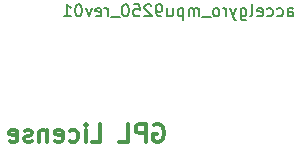
<source format=gbo>
G04 #@! TF.FileFunction,Legend,Bot*
%FSLAX46Y46*%
G04 Gerber Fmt 4.6, Leading zero omitted, Abs format (unit mm)*
G04 Created by KiCad (PCBNEW 4.0.6-e0-6349~53~ubuntu16.04.1) date Sat Jul 29 16:25:42 2017*
%MOMM*%
%LPD*%
G01*
G04 APERTURE LIST*
%ADD10C,0.150000*%
%ADD11C,0.300000*%
G04 APERTURE END LIST*
D10*
D11*
X148514286Y-113350000D02*
X148657143Y-113278571D01*
X148871429Y-113278571D01*
X149085714Y-113350000D01*
X149228572Y-113492857D01*
X149300000Y-113635714D01*
X149371429Y-113921429D01*
X149371429Y-114135714D01*
X149300000Y-114421429D01*
X149228572Y-114564286D01*
X149085714Y-114707143D01*
X148871429Y-114778571D01*
X148728572Y-114778571D01*
X148514286Y-114707143D01*
X148442857Y-114635714D01*
X148442857Y-114135714D01*
X148728572Y-114135714D01*
X147800000Y-114778571D02*
X147800000Y-113278571D01*
X147228572Y-113278571D01*
X147085714Y-113350000D01*
X147014286Y-113421429D01*
X146942857Y-113564286D01*
X146942857Y-113778571D01*
X147014286Y-113921429D01*
X147085714Y-113992857D01*
X147228572Y-114064286D01*
X147800000Y-114064286D01*
X145585714Y-114778571D02*
X146300000Y-114778571D01*
X146300000Y-113278571D01*
X143228571Y-114778571D02*
X143942857Y-114778571D01*
X143942857Y-113278571D01*
X142728571Y-114778571D02*
X142728571Y-113778571D01*
X142728571Y-113278571D02*
X142800000Y-113350000D01*
X142728571Y-113421429D01*
X142657143Y-113350000D01*
X142728571Y-113278571D01*
X142728571Y-113421429D01*
X141371428Y-114707143D02*
X141514285Y-114778571D01*
X141799999Y-114778571D01*
X141942857Y-114707143D01*
X142014285Y-114635714D01*
X142085714Y-114492857D01*
X142085714Y-114064286D01*
X142014285Y-113921429D01*
X141942857Y-113850000D01*
X141799999Y-113778571D01*
X141514285Y-113778571D01*
X141371428Y-113850000D01*
X140157143Y-114707143D02*
X140300000Y-114778571D01*
X140585714Y-114778571D01*
X140728571Y-114707143D01*
X140800000Y-114564286D01*
X140800000Y-113992857D01*
X140728571Y-113850000D01*
X140585714Y-113778571D01*
X140300000Y-113778571D01*
X140157143Y-113850000D01*
X140085714Y-113992857D01*
X140085714Y-114135714D01*
X140800000Y-114278571D01*
X139442857Y-113778571D02*
X139442857Y-114778571D01*
X139442857Y-113921429D02*
X139371429Y-113850000D01*
X139228571Y-113778571D01*
X139014286Y-113778571D01*
X138871429Y-113850000D01*
X138800000Y-113992857D01*
X138800000Y-114778571D01*
X138157143Y-114707143D02*
X138014286Y-114778571D01*
X137728571Y-114778571D01*
X137585714Y-114707143D01*
X137514286Y-114564286D01*
X137514286Y-114492857D01*
X137585714Y-114350000D01*
X137728571Y-114278571D01*
X137942857Y-114278571D01*
X138085714Y-114207143D01*
X138157143Y-114064286D01*
X138157143Y-113992857D01*
X138085714Y-113850000D01*
X137942857Y-113778571D01*
X137728571Y-113778571D01*
X137585714Y-113850000D01*
X136300000Y-114707143D02*
X136442857Y-114778571D01*
X136728571Y-114778571D01*
X136871428Y-114707143D01*
X136942857Y-114564286D01*
X136942857Y-113992857D01*
X136871428Y-113850000D01*
X136728571Y-113778571D01*
X136442857Y-113778571D01*
X136300000Y-113850000D01*
X136228571Y-113992857D01*
X136228571Y-114135714D01*
X136942857Y-114278571D01*
D10*
X159838096Y-104152381D02*
X159838096Y-103628571D01*
X159885715Y-103533333D01*
X159980953Y-103485714D01*
X160171430Y-103485714D01*
X160266668Y-103533333D01*
X159838096Y-104104762D02*
X159933334Y-104152381D01*
X160171430Y-104152381D01*
X160266668Y-104104762D01*
X160314287Y-104009524D01*
X160314287Y-103914286D01*
X160266668Y-103819048D01*
X160171430Y-103771429D01*
X159933334Y-103771429D01*
X159838096Y-103723810D01*
X158933334Y-104104762D02*
X159028572Y-104152381D01*
X159219049Y-104152381D01*
X159314287Y-104104762D01*
X159361906Y-104057143D01*
X159409525Y-103961905D01*
X159409525Y-103676190D01*
X159361906Y-103580952D01*
X159314287Y-103533333D01*
X159219049Y-103485714D01*
X159028572Y-103485714D01*
X158933334Y-103533333D01*
X158076191Y-104104762D02*
X158171429Y-104152381D01*
X158361906Y-104152381D01*
X158457144Y-104104762D01*
X158504763Y-104057143D01*
X158552382Y-103961905D01*
X158552382Y-103676190D01*
X158504763Y-103580952D01*
X158457144Y-103533333D01*
X158361906Y-103485714D01*
X158171429Y-103485714D01*
X158076191Y-103533333D01*
X157266667Y-104104762D02*
X157361905Y-104152381D01*
X157552382Y-104152381D01*
X157647620Y-104104762D01*
X157695239Y-104009524D01*
X157695239Y-103628571D01*
X157647620Y-103533333D01*
X157552382Y-103485714D01*
X157361905Y-103485714D01*
X157266667Y-103533333D01*
X157219048Y-103628571D01*
X157219048Y-103723810D01*
X157695239Y-103819048D01*
X156647620Y-104152381D02*
X156742858Y-104104762D01*
X156790477Y-104009524D01*
X156790477Y-103152381D01*
X155838095Y-103485714D02*
X155838095Y-104295238D01*
X155885714Y-104390476D01*
X155933333Y-104438095D01*
X156028572Y-104485714D01*
X156171429Y-104485714D01*
X156266667Y-104438095D01*
X155838095Y-104104762D02*
X155933333Y-104152381D01*
X156123810Y-104152381D01*
X156219048Y-104104762D01*
X156266667Y-104057143D01*
X156314286Y-103961905D01*
X156314286Y-103676190D01*
X156266667Y-103580952D01*
X156219048Y-103533333D01*
X156123810Y-103485714D01*
X155933333Y-103485714D01*
X155838095Y-103533333D01*
X155457143Y-103485714D02*
X155219048Y-104152381D01*
X154980952Y-103485714D02*
X155219048Y-104152381D01*
X155314286Y-104390476D01*
X155361905Y-104438095D01*
X155457143Y-104485714D01*
X154600000Y-104152381D02*
X154600000Y-103485714D01*
X154600000Y-103676190D02*
X154552381Y-103580952D01*
X154504762Y-103533333D01*
X154409524Y-103485714D01*
X154314285Y-103485714D01*
X153838095Y-104152381D02*
X153933333Y-104104762D01*
X153980952Y-104057143D01*
X154028571Y-103961905D01*
X154028571Y-103676190D01*
X153980952Y-103580952D01*
X153933333Y-103533333D01*
X153838095Y-103485714D01*
X153695237Y-103485714D01*
X153599999Y-103533333D01*
X153552380Y-103580952D01*
X153504761Y-103676190D01*
X153504761Y-103961905D01*
X153552380Y-104057143D01*
X153599999Y-104104762D01*
X153695237Y-104152381D01*
X153838095Y-104152381D01*
X153314285Y-104247619D02*
X152552380Y-104247619D01*
X152314285Y-104152381D02*
X152314285Y-103485714D01*
X152314285Y-103580952D02*
X152266666Y-103533333D01*
X152171428Y-103485714D01*
X152028570Y-103485714D01*
X151933332Y-103533333D01*
X151885713Y-103628571D01*
X151885713Y-104152381D01*
X151885713Y-103628571D02*
X151838094Y-103533333D01*
X151742856Y-103485714D01*
X151599999Y-103485714D01*
X151504761Y-103533333D01*
X151457142Y-103628571D01*
X151457142Y-104152381D01*
X150980952Y-103485714D02*
X150980952Y-104485714D01*
X150980952Y-103533333D02*
X150885714Y-103485714D01*
X150695237Y-103485714D01*
X150599999Y-103533333D01*
X150552380Y-103580952D01*
X150504761Y-103676190D01*
X150504761Y-103961905D01*
X150552380Y-104057143D01*
X150599999Y-104104762D01*
X150695237Y-104152381D01*
X150885714Y-104152381D01*
X150980952Y-104104762D01*
X149647618Y-103485714D02*
X149647618Y-104152381D01*
X150076190Y-103485714D02*
X150076190Y-104009524D01*
X150028571Y-104104762D01*
X149933333Y-104152381D01*
X149790475Y-104152381D01*
X149695237Y-104104762D01*
X149647618Y-104057143D01*
X149123809Y-104152381D02*
X148933333Y-104152381D01*
X148838094Y-104104762D01*
X148790475Y-104057143D01*
X148695237Y-103914286D01*
X148647618Y-103723810D01*
X148647618Y-103342857D01*
X148695237Y-103247619D01*
X148742856Y-103200000D01*
X148838094Y-103152381D01*
X149028571Y-103152381D01*
X149123809Y-103200000D01*
X149171428Y-103247619D01*
X149219047Y-103342857D01*
X149219047Y-103580952D01*
X149171428Y-103676190D01*
X149123809Y-103723810D01*
X149028571Y-103771429D01*
X148838094Y-103771429D01*
X148742856Y-103723810D01*
X148695237Y-103676190D01*
X148647618Y-103580952D01*
X148266666Y-103247619D02*
X148219047Y-103200000D01*
X148123809Y-103152381D01*
X147885713Y-103152381D01*
X147790475Y-103200000D01*
X147742856Y-103247619D01*
X147695237Y-103342857D01*
X147695237Y-103438095D01*
X147742856Y-103580952D01*
X148314285Y-104152381D01*
X147695237Y-104152381D01*
X146790475Y-103152381D02*
X147266666Y-103152381D01*
X147314285Y-103628571D01*
X147266666Y-103580952D01*
X147171428Y-103533333D01*
X146933332Y-103533333D01*
X146838094Y-103580952D01*
X146790475Y-103628571D01*
X146742856Y-103723810D01*
X146742856Y-103961905D01*
X146790475Y-104057143D01*
X146838094Y-104104762D01*
X146933332Y-104152381D01*
X147171428Y-104152381D01*
X147266666Y-104104762D01*
X147314285Y-104057143D01*
X146123809Y-103152381D02*
X146028570Y-103152381D01*
X145933332Y-103200000D01*
X145885713Y-103247619D01*
X145838094Y-103342857D01*
X145790475Y-103533333D01*
X145790475Y-103771429D01*
X145838094Y-103961905D01*
X145885713Y-104057143D01*
X145933332Y-104104762D01*
X146028570Y-104152381D01*
X146123809Y-104152381D01*
X146219047Y-104104762D01*
X146266666Y-104057143D01*
X146314285Y-103961905D01*
X146361904Y-103771429D01*
X146361904Y-103533333D01*
X146314285Y-103342857D01*
X146266666Y-103247619D01*
X146219047Y-103200000D01*
X146123809Y-103152381D01*
X145599999Y-104247619D02*
X144838094Y-104247619D01*
X144599999Y-104152381D02*
X144599999Y-103485714D01*
X144599999Y-103676190D02*
X144552380Y-103580952D01*
X144504761Y-103533333D01*
X144409523Y-103485714D01*
X144314284Y-103485714D01*
X143599998Y-104104762D02*
X143695236Y-104152381D01*
X143885713Y-104152381D01*
X143980951Y-104104762D01*
X144028570Y-104009524D01*
X144028570Y-103628571D01*
X143980951Y-103533333D01*
X143885713Y-103485714D01*
X143695236Y-103485714D01*
X143599998Y-103533333D01*
X143552379Y-103628571D01*
X143552379Y-103723810D01*
X144028570Y-103819048D01*
X143219046Y-103485714D02*
X142980951Y-104152381D01*
X142742855Y-103485714D01*
X142171427Y-103152381D02*
X142076188Y-103152381D01*
X141980950Y-103200000D01*
X141933331Y-103247619D01*
X141885712Y-103342857D01*
X141838093Y-103533333D01*
X141838093Y-103771429D01*
X141885712Y-103961905D01*
X141933331Y-104057143D01*
X141980950Y-104104762D01*
X142076188Y-104152381D01*
X142171427Y-104152381D01*
X142266665Y-104104762D01*
X142314284Y-104057143D01*
X142361903Y-103961905D01*
X142409522Y-103771429D01*
X142409522Y-103533333D01*
X142361903Y-103342857D01*
X142314284Y-103247619D01*
X142266665Y-103200000D01*
X142171427Y-103152381D01*
X140885712Y-104152381D02*
X141457141Y-104152381D01*
X141171427Y-104152381D02*
X141171427Y-103152381D01*
X141266665Y-103295238D01*
X141361903Y-103390476D01*
X141457141Y-103438095D01*
M02*

</source>
